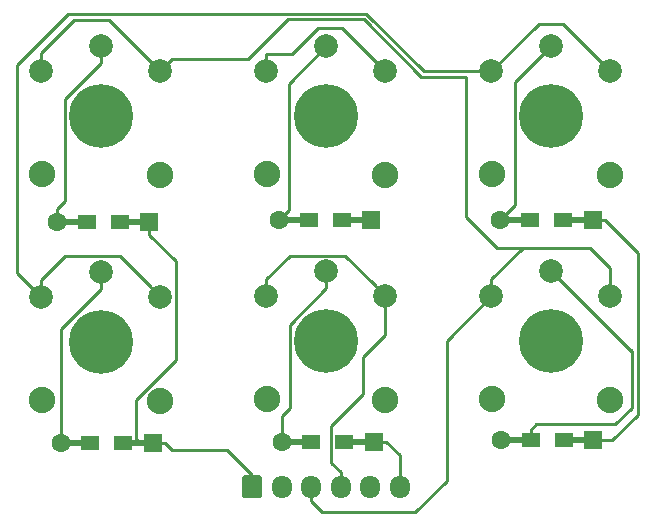
<source format=gtl>
G04 #@! TF.GenerationSoftware,KiCad,Pcbnew,(5.1.5-0-10_14)*
G04 #@! TF.CreationDate,2020-10-11T12:28:21+03:00*
G04 #@! TF.ProjectId,LogiMech,4c6f6769-4d65-4636-982e-6b696361645f,rev?*
G04 #@! TF.SameCoordinates,Original*
G04 #@! TF.FileFunction,Copper,L1,Top*
G04 #@! TF.FilePolarity,Positive*
%FSLAX46Y46*%
G04 Gerber Fmt 4.6, Leading zero omitted, Abs format (unit mm)*
G04 Created by KiCad (PCBNEW (5.1.5-0-10_14)) date 2020-10-11 12:28:21*
%MOMM*%
%LPD*%
G04 APERTURE LIST*
%ADD10O,1.700000X1.950000*%
%ADD11C,0.100000*%
%ADD12R,2.900000X0.500000*%
%ADD13R,1.600000X1.200000*%
%ADD14C,1.600000*%
%ADD15R,1.600000X1.600000*%
%ADD16C,5.400000*%
%ADD17C,2.240000*%
%ADD18C,2.000000*%
%ADD19C,0.250000*%
G04 APERTURE END LIST*
D10*
X134810000Y-107520000D03*
X132310000Y-107520000D03*
X129810000Y-107520000D03*
X127310000Y-107520000D03*
X124810000Y-107520000D03*
G04 #@! TA.AperFunction,ComponentPad*
D11*
G36*
X122934504Y-106546204D02*
G01*
X122958773Y-106549804D01*
X122982571Y-106555765D01*
X123005671Y-106564030D01*
X123027849Y-106574520D01*
X123048893Y-106587133D01*
X123068598Y-106601747D01*
X123086777Y-106618223D01*
X123103253Y-106636402D01*
X123117867Y-106656107D01*
X123130480Y-106677151D01*
X123140970Y-106699329D01*
X123149235Y-106722429D01*
X123155196Y-106746227D01*
X123158796Y-106770496D01*
X123160000Y-106795000D01*
X123160000Y-108245000D01*
X123158796Y-108269504D01*
X123155196Y-108293773D01*
X123149235Y-108317571D01*
X123140970Y-108340671D01*
X123130480Y-108362849D01*
X123117867Y-108383893D01*
X123103253Y-108403598D01*
X123086777Y-108421777D01*
X123068598Y-108438253D01*
X123048893Y-108452867D01*
X123027849Y-108465480D01*
X123005671Y-108475970D01*
X122982571Y-108484235D01*
X122958773Y-108490196D01*
X122934504Y-108493796D01*
X122910000Y-108495000D01*
X121710000Y-108495000D01*
X121685496Y-108493796D01*
X121661227Y-108490196D01*
X121637429Y-108484235D01*
X121614329Y-108475970D01*
X121592151Y-108465480D01*
X121571107Y-108452867D01*
X121551402Y-108438253D01*
X121533223Y-108421777D01*
X121516747Y-108403598D01*
X121502133Y-108383893D01*
X121489520Y-108362849D01*
X121479030Y-108340671D01*
X121470765Y-108317571D01*
X121464804Y-108293773D01*
X121461204Y-108269504D01*
X121460000Y-108245000D01*
X121460000Y-106795000D01*
X121461204Y-106770496D01*
X121464804Y-106746227D01*
X121470765Y-106722429D01*
X121479030Y-106699329D01*
X121489520Y-106677151D01*
X121502133Y-106656107D01*
X121516747Y-106636402D01*
X121533223Y-106618223D01*
X121551402Y-106601747D01*
X121571107Y-106587133D01*
X121592151Y-106574520D01*
X121614329Y-106564030D01*
X121637429Y-106555765D01*
X121661227Y-106549804D01*
X121685496Y-106546204D01*
X121710000Y-106545000D01*
X122910000Y-106545000D01*
X122934504Y-106546204D01*
G37*
G04 #@! TD.AperFunction*
D12*
X107520000Y-103790000D03*
D13*
X108620000Y-103790000D03*
X111420000Y-103790000D03*
D12*
X112520000Y-103790000D03*
D14*
X106120000Y-103790000D03*
D15*
X113920000Y-103790000D03*
X113630000Y-85140000D03*
D14*
X105830000Y-85140000D03*
D12*
X112230000Y-85140000D03*
D13*
X111130000Y-85140000D03*
X108330000Y-85140000D03*
D12*
X107230000Y-85140000D03*
D15*
X132640000Y-103710000D03*
D14*
X124840000Y-103710000D03*
D12*
X131240000Y-103710000D03*
D13*
X130140000Y-103710000D03*
X127340000Y-103710000D03*
D12*
X126240000Y-103710000D03*
X126020000Y-84920000D03*
D13*
X127120000Y-84920000D03*
X129920000Y-84920000D03*
D12*
X131020000Y-84920000D03*
D14*
X124620000Y-84920000D03*
D15*
X132420000Y-84920000D03*
D12*
X144810000Y-103570000D03*
D13*
X145910000Y-103570000D03*
X148710000Y-103570000D03*
D12*
X149810000Y-103570000D03*
D14*
X143410000Y-103570000D03*
D15*
X151210000Y-103570000D03*
X151140000Y-84920000D03*
D14*
X143340000Y-84920000D03*
D12*
X149740000Y-84920000D03*
D13*
X148640000Y-84920000D03*
X145840000Y-84920000D03*
D12*
X144740000Y-84920000D03*
D16*
X109537500Y-95250000D03*
D17*
X104533700Y-100177600D03*
X114541300Y-100253800D03*
D18*
X114554000Y-91440000D03*
X109537500Y-89344500D03*
X104457500Y-91440000D03*
X104457500Y-72339200D03*
X109537500Y-70243700D03*
X114554000Y-72339200D03*
D17*
X114541300Y-81153000D03*
X104533700Y-81076800D03*
D16*
X109537500Y-76149200D03*
X128587500Y-95199200D03*
D17*
X123583700Y-100126800D03*
X133591300Y-100203000D03*
D18*
X133604000Y-91389200D03*
X128587500Y-89293700D03*
X123507500Y-91389200D03*
X123507500Y-72339200D03*
X128587500Y-70243700D03*
X133604000Y-72339200D03*
D17*
X133591300Y-81153000D03*
X123583700Y-81076800D03*
D16*
X128587500Y-76149200D03*
X147637500Y-95199200D03*
D17*
X142633700Y-100126800D03*
X152641300Y-100203000D03*
D18*
X152654000Y-91389200D03*
X147637500Y-89293700D03*
X142557500Y-91389200D03*
X142557500Y-72339200D03*
X147637500Y-70243700D03*
X152654000Y-72339200D03*
D17*
X152641300Y-81153000D03*
X142633700Y-81076800D03*
D16*
X147637500Y-76149200D03*
D19*
X106512499Y-83326131D02*
X105830000Y-84008630D01*
X106512499Y-74682914D02*
X106512499Y-83326131D01*
X105830000Y-84008630D02*
X105830000Y-85140000D01*
X109537500Y-71657913D02*
X106512499Y-74682914D01*
X109537500Y-70243700D02*
X109537500Y-71657913D01*
X114970000Y-103790000D02*
X115570000Y-104390000D01*
X113920000Y-103790000D02*
X114970000Y-103790000D01*
X120155000Y-104390000D02*
X122310000Y-106545000D01*
X122310000Y-106545000D02*
X122310000Y-107520000D01*
X115570000Y-104390000D02*
X120155000Y-104390000D01*
X112870000Y-103790000D02*
X113920000Y-103790000D01*
X112520000Y-103440000D02*
X112870000Y-103790000D01*
X112520000Y-100136498D02*
X112520000Y-103440000D01*
X115879001Y-88439001D02*
X115879001Y-96777497D01*
X113630000Y-86190000D02*
X115879001Y-88439001D01*
X115879001Y-96777497D02*
X112520000Y-100136498D01*
X113630000Y-85140000D02*
X113630000Y-86190000D01*
X106120000Y-102658630D02*
X106120000Y-103790000D01*
X106120000Y-94176213D02*
X106120000Y-102658630D01*
X109537500Y-90758713D02*
X106120000Y-94176213D01*
X109537500Y-89344500D02*
X109537500Y-90758713D01*
X152190000Y-84920000D02*
X154960000Y-87690000D01*
X151140000Y-84920000D02*
X152190000Y-84920000D01*
X154960000Y-87690000D02*
X154960000Y-101440000D01*
X152830000Y-103570000D02*
X151210000Y-103570000D01*
X154960000Y-101440000D02*
X152830000Y-103570000D01*
X134810000Y-104830000D02*
X133690000Y-103710000D01*
X133690000Y-103710000D02*
X132640000Y-103710000D01*
X134810000Y-107520000D02*
X134810000Y-104830000D01*
X145910000Y-102720000D02*
X145910000Y-103570000D01*
X153080000Y-102250000D02*
X146380000Y-102250000D01*
X154450000Y-96060000D02*
X154450000Y-100880000D01*
X154376200Y-95986200D02*
X154450000Y-96060000D01*
X154450000Y-100880000D02*
X153080000Y-102250000D01*
X146380000Y-102250000D02*
X145910000Y-102720000D01*
X154403800Y-96060000D02*
X147637500Y-89293700D01*
X154450000Y-96060000D02*
X154403800Y-96060000D01*
X144139999Y-84120001D02*
X143340000Y-84920000D01*
X144612499Y-83647501D02*
X144139999Y-84120001D01*
X144612499Y-73268701D02*
X144612499Y-83647501D01*
X147637500Y-70243700D02*
X144612499Y-73268701D01*
X128587500Y-90707913D02*
X125500000Y-93795413D01*
X128587500Y-89293700D02*
X128587500Y-90707913D01*
X125500000Y-93795413D02*
X125500000Y-100860000D01*
X124840000Y-101520000D02*
X124840000Y-103710000D01*
X125500000Y-100860000D02*
X124840000Y-101520000D01*
X125419999Y-84120001D02*
X124620000Y-84920000D01*
X125419999Y-73411201D02*
X125419999Y-84120001D01*
X128587500Y-70243700D02*
X125419999Y-73411201D01*
X142557500Y-72339200D02*
X146586700Y-68310000D01*
X148624800Y-68310000D02*
X152654000Y-72339200D01*
X146586700Y-68310000D02*
X148624800Y-68310000D01*
X102420000Y-89402500D02*
X104457500Y-91440000D01*
X102420000Y-71780000D02*
X102420000Y-89402500D01*
X106710000Y-67490000D02*
X102420000Y-71780000D01*
X131990000Y-67490000D02*
X106710000Y-67490000D01*
X136839200Y-72339200D02*
X131990000Y-67490000D01*
X142557500Y-72339200D02*
X136839200Y-72339200D01*
X113554001Y-90440001D02*
X114554000Y-91440000D01*
X106463788Y-88019499D02*
X111133499Y-88019499D01*
X104457500Y-90025787D02*
X106463788Y-88019499D01*
X111133499Y-88019499D02*
X113554001Y-90440001D01*
X104457500Y-91440000D02*
X104457500Y-90025787D01*
X104457500Y-72339200D02*
X104457500Y-70762500D01*
X104457500Y-70762500D02*
X107250000Y-67970000D01*
X110184800Y-67970000D02*
X114554000Y-72339200D01*
X107250000Y-67970000D02*
X110184800Y-67970000D01*
X142557500Y-89974987D02*
X145232487Y-87300000D01*
X142557500Y-91389200D02*
X142557500Y-89974987D01*
X145232487Y-87300000D02*
X150960000Y-87300000D01*
X152654000Y-88994000D02*
X152654000Y-91389200D01*
X150960000Y-87300000D02*
X152654000Y-88994000D01*
X115553999Y-71339201D02*
X122000799Y-71339201D01*
X114554000Y-72339200D02*
X115553999Y-71339201D01*
X122000799Y-71339201D02*
X125390000Y-67950000D01*
X131813590Y-67950000D02*
X136652800Y-72789210D01*
X125390000Y-67950000D02*
X131813590Y-67950000D01*
X136652800Y-72789210D02*
X140429210Y-72789210D01*
X140429210Y-72789210D02*
X140429210Y-84699210D01*
X143030000Y-87300000D02*
X145232487Y-87300000D01*
X140429210Y-84699210D02*
X143030000Y-87300000D01*
X128225000Y-109660000D02*
X127310000Y-108745000D01*
X127310000Y-108745000D02*
X127310000Y-107520000D01*
X142557500Y-91389200D02*
X138790000Y-95156700D01*
X136150000Y-109660000D02*
X128225000Y-109660000D01*
X138790000Y-107020000D02*
X136150000Y-109660000D01*
X138790000Y-95156700D02*
X138790000Y-107020000D01*
X132604001Y-90389201D02*
X133604000Y-91389200D01*
X125513788Y-87968699D02*
X130183499Y-87968699D01*
X130183499Y-87968699D02*
X132604001Y-90389201D01*
X123507500Y-89974987D02*
X125513788Y-87968699D01*
X123507500Y-91389200D02*
X123507500Y-89974987D01*
X131710000Y-99690000D02*
X129014999Y-102385001D01*
X129014999Y-102385001D02*
X129014999Y-105499999D01*
X129810000Y-106295000D02*
X129810000Y-107520000D01*
X131710000Y-96553702D02*
X131710000Y-99690000D01*
X133604000Y-94659702D02*
X131710000Y-96553702D01*
X129014999Y-105499999D02*
X129810000Y-106295000D01*
X133604000Y-91389200D02*
X133604000Y-94659702D01*
X129944800Y-68680000D02*
X133604000Y-72339200D01*
X127930000Y-68680000D02*
X129944800Y-68680000D01*
X125685013Y-70924987D02*
X127930000Y-68680000D01*
X123507500Y-70924987D02*
X125685013Y-70924987D01*
X123507500Y-72339200D02*
X123507500Y-70924987D01*
M02*

</source>
